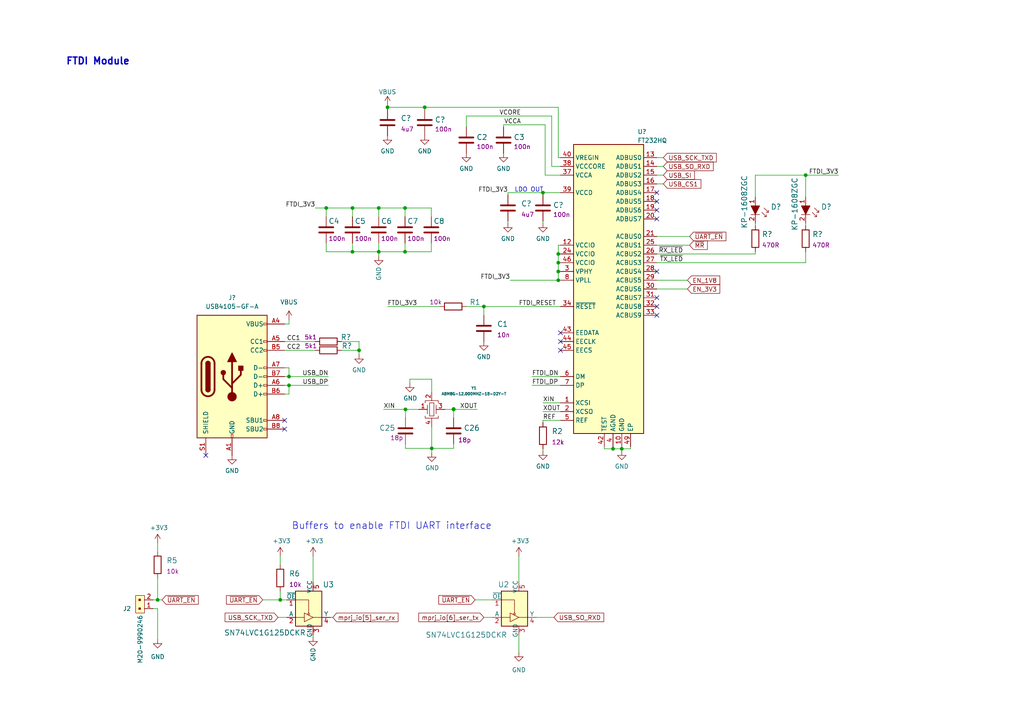
<source format=kicad_sch>
(kicad_sch (version 20211123) (generator eeschema)
  (paper "A4")
  (lib_symbols
    (symbol "FT232HQ_2"
      (property "Reference" "U" (at -19.05 35.56 0))
      (property "Value" "FT232HQ_2" (at 12.7 35.56 0))
      (symbol "FT232HQ_2_0_1"
        (rectangle (start -11.43 34.29) (end 8.89 -49.53) (stroke (width 0.254)) (fill (type background)))
      )
      (symbol "FT232HQ_2_1_1"
        (pin input line (at -15.24 -40.64 0) (length 3.81) (name "XCSI") (number "1"))
        (pin power_in line (at 2.54 -53.34 90) (length 3.81) (name "GND") (number "10"))
        (pin power_in line (at 2.54 -53.34 90) (length 3.81) hide (name "GND") (number "11"))
        (pin power_in line (at -15.24 5.08 0) (length 3.81) (name "VCCIO") (number "12"))
        (pin bidirectional line (at 12.7 30.48 180) (length 3.81) (name "ADBUS0") (number "13"))
        (pin bidirectional line (at 12.7 27.94 180) (length 3.81) (name "ADBUS1") (number "14"))
        (pin bidirectional line (at 12.7 25.4 180) (length 3.81) (name "ADBUS2") (number "15"))
        (pin bidirectional line (at 12.7 22.86 180) (length 3.81) (name "ADBUS3") (number "16"))
        (pin bidirectional line (at 12.7 20.32 180) (length 3.81) (name "ADBUS4") (number "17"))
        (pin bidirectional line (at 12.7 17.78 180) (length 3.81) (name "ADBUS5") (number "18"))
        (pin bidirectional line (at 12.7 15.24 180) (length 3.81) (name "ADBUS6") (number "19"))
        (pin output line (at -15.24 -43.18 0) (length 3.81) (name "XCSO") (number "2"))
        (pin bidirectional line (at 12.7 12.7 180) (length 3.81) (name "ADBUS7") (number "20"))
        (pin bidirectional line (at 12.7 7.62 180) (length 3.81) (name "ACBUS0") (number "21"))
        (pin power_in line (at 2.54 -53.34 90) (length 3.81) hide (name "GND") (number "22"))
        (pin power_in line (at 2.54 -53.34 90) (length 3.81) hide (name "GND") (number "23"))
        (pin power_in line (at -15.24 2.54 0) (length 3.81) (name "VCCIO") (number "24"))
        (pin bidirectional line (at 12.7 5.08 180) (length 3.81) (name "ACBUS1") (number "25"))
        (pin bidirectional line (at 12.7 2.54 180) (length 3.81) (name "ACBUS2") (number "26"))
        (pin bidirectional line (at 12.7 0 180) (length 3.81) (name "ACBUS3") (number "27"))
        (pin bidirectional line (at 12.7 -2.54 180) (length 3.81) (name "ACBUS4") (number "28"))
        (pin bidirectional line (at 12.7 -5.08 180) (length 3.81) (name "ACBUS5") (number "29"))
        (pin power_in line (at -15.24 -2.54 0) (length 3.81) (name "VPHY") (number "3"))
        (pin bidirectional line (at 12.7 -7.62 180) (length 3.81) (name "ACBUS6") (number "30"))
        (pin bidirectional line (at 12.7 -10.16 180) (length 3.81) (name "ACBUS7") (number "31"))
        (pin bidirectional line (at 12.7 -12.7 180) (length 3.81) (name "ACBUS8") (number "32"))
        (pin bidirectional line (at 12.7 -15.24 180) (length 3.81) (name "ACBUS9") (number "33"))
        (pin input line (at -15.24 -12.7 0) (length 3.81) (name "~{RESET}") (number "34"))
        (pin power_in line (at 2.54 -53.34 90) (length 3.81) hide (name "GND") (number "35"))
        (pin power_in line (at 2.54 -53.34 90) (length 3.81) hide (name "GND") (number "36"))
        (pin power_out line (at -15.24 25.4 0) (length 3.81) (name "VCCA") (number "37"))
        (pin power_out line (at -15.24 27.94 0) (length 3.81) (name "VCCCORE") (number "38"))
        (pin power_in line (at -15.24 20.32 0) (length 3.81) (name "VCCD") (number "39"))
        (pin power_in line (at 0 -53.34 90) (length 3.81) (name "AGND") (number "4"))
        (pin power_in line (at -15.24 30.48 0) (length 3.81) (name "VREGIN") (number "40"))
        (pin power_in line (at 0 -53.34 90) (length 3.81) hide (name "AGND") (number "41"))
        (pin input line (at -2.54 -53.34 90) (length 3.81) (name "TEST") (number "42"))
        (pin bidirectional line (at -15.24 -20.32 0) (length 3.81) (name "EEDATA") (number "43"))
        (pin input line (at -15.24 -22.86 0) (length 3.81) (name "EECLK") (number "44"))
        (pin input line (at -15.24 -25.4 0) (length 3.81) (name "EECS") (number "45"))
        (pin power_in line (at -15.24 0 0) (length 3.81) (name "VCCIO") (number "46"))
        (pin power_in line (at 2.54 -53.34 90) (length 3.81) hide (name "GND") (number "47"))
        (pin power_in line (at 2.54 -53.34 90) (length 3.81) hide (name "GND") (number "48"))
        (pin power_in line (at 5.08 -53.34 90) (length 3.81) (name "EP") (number "49"))
        (pin input line (at -15.24 -45.72 0) (length 3.81) (name "REF") (number "5"))
        (pin bidirectional line (at -15.24 -33.02 0) (length 3.81) (name "DM") (number "6"))
        (pin bidirectional line (at -15.24 -35.56 0) (length 3.81) (name "DP") (number "7"))
        (pin power_in line (at -15.24 -5.08 0) (length 3.81) (name "VPLL") (number "8"))
        (pin power_in line (at 0 -53.34 90) (length 3.81) hide (name "AGND") (number "9"))
      )
    )
    (symbol "antmicroCapacitors0402:C_10n_0402" (pin_names (offset 0))
      (property "Reference" "C" (at -1.397 3.429 0))
      (property "Val" "10n" (at 0 -2.54 0))
      (symbol "C_10n_0402_1_1"
        (polyline (pts (xy -2.032 -0.762) (xy 2.032 -0.762)) (stroke (width 0.508)))
        (polyline (pts (xy -2.032 0.762) (xy 2.032 0.762)) (stroke (width 0.508)))
        (pin passive line (at 0 3.81 270) (length 2.794) (name "~") (number "1"))
        (pin passive line (at 0 -3.81 90) (length 2.794) (name "~") (number "2"))
      )
    )
    (symbol "antmicroCapacitors0603:C_100n_0603" (pin_names (offset 0))
      (property "Reference" "C" (at -1.397 3.429 0))
      (property "Val" "100n" (at 0 -2.54 0))
      (symbol "C_100n_0603_1_1"
        (polyline (pts (xy -2.032 -0.762) (xy 2.032 -0.762)) (stroke (width 0.508)))
        (polyline (pts (xy -2.032 0.762) (xy 2.032 0.762)) (stroke (width 0.508)))
        (pin passive line (at 0 3.81 270) (length 2.794) (name "~") (number "1"))
        (pin passive line (at 0 -3.81 90) (length 2.794) (name "~") (number "2"))
      )
    )
    (symbol "antmicroCapacitors0603:C_18p_0603" (pin_names (offset 0))
      (property "Reference" "C" (at -1.397 3.429 0))
      (property "Val" "18p" (at 0 -2.54 0))
      (symbol "C_18p_0603_1_1"
        (polyline (pts (xy -2.032 -0.762) (xy 2.032 -0.762)) (stroke (width 0.508)))
        (polyline (pts (xy -2.032 0.762) (xy 2.032 0.762)) (stroke (width 0.508)))
        (pin passive line (at 0 3.81 270) (length 2.794) (name "~") (number "1"))
        (pin passive line (at 0 -3.81 90) (length 2.794) (name "~") (number "2"))
      )
    )
    (symbol "antmicroCapacitors0603:C_4u7_0603" (pin_names (offset 0))
      (property "Reference" "C" (at -1.397 3.429 0))
      (property "Val" "4u7" (at 0 -2.54 0))
      (symbol "C_4u7_0603_1_1"
        (polyline (pts (xy -2.032 -0.762) (xy 2.032 -0.762)) (stroke (width 0.508)))
        (polyline (pts (xy -2.032 0.762) (xy 2.032 0.762)) (stroke (width 0.508)))
        (pin passive line (at 0 3.81 270) (length 2.794) (name "~") (number "1"))
        (pin passive line (at 0 -3.81 90) (length 2.794) (name "~") (number "2"))
      )
    )
    (symbol "antmicroCrystals:ABM8G-12.000MHZ-18-D2Y-T" (pin_names (offset 1.016))
      (property "Reference" "Y" (at -1.905 3.175 0))
      (property "Value" "ABM8G-12.000MHZ-18-D2Y-T" (at 5.08 -3.81 0))
      (property "MPN" "ABM8G-12.000MHZ-18-D2Y-T " (at 12.065 -6.985 0))
      (property "Manufacturer" "Abracon" (at 7.62 -5.715 0))
      (symbol "ABM8G-12.000MHZ-18-D2Y-T_0_1"
        (rectangle (start -0.635 1.905) (end 0.635 -1.905))
        (polyline (pts (xy -1.27 1.27) (xy -1.27 -1.27)))
        (polyline (pts (xy 1.27 1.27) (xy 1.27 -1.27)))
        (polyline (pts (xy -1.905 -1.905) (xy -1.905 -2.54) (xy 1.905 -2.54) (xy 1.905 -1.905)))
        (polyline (pts (xy -1.905 1.905) (xy -1.905 2.54) (xy 1.905 2.54) (xy 1.905 1.905)))
      )
      (symbol "ABM8G-12.000MHZ-18-D2Y-T_1_1"
        (pin output line (at -3.81 0 0) (length 2.54) (name "~") (number "1"))
        (pin power_in line (at 0 5.08 270) (length 2.54) (name "~") (number "2"))
        (pin output line (at 3.81 0 180) (length 2.54) (name "~") (number "3"))
        (pin power_in line (at 0 -5.08 90) (length 2.54) (name "~") (number "4"))
      )
    )
    (symbol "antmicroLEDIndicationDiscrete:KP-1608ZGC" (pin_names (offset 0))
      (property "Reference" "D" (at -5.08 3.81 0))
      (property "Value" "KP-1608ZGC" (at 0 -3.81 0))
      (symbol "KP-1608ZGC_0_1"
        (polyline (pts (xy -0.635 3.81) (xy -1.905 2.54)))
        (polyline (pts (xy 0 1.27) (xy 0 -1.27)))
        (polyline (pts (xy 0.635 3.175) (xy -0.635 1.905)))
        (polyline (pts (xy -1.27 3.81) (xy -0.635 3.81) (xy -0.635 3.175)))
        (polyline (pts (xy 0 3.175) (xy 0.635 3.175) (xy 0.635 2.54)))
        (polyline (pts (xy -2.54 1.27) (xy -2.54 -1.27) (xy 0 0) (xy -2.54 1.27)) (fill (type outline)))
      )
      (symbol "KP-1608ZGC_1_1"
        (pin passive line (at -5.08 0 0) (length 2.54) (name "~") (number "1"))
        (pin passive line (at 2.54 0 180) (length 2.54) (name "~") (number "2"))
      )
    )
    (symbol "antmicroLogicBuffersDriversReceiversTransceivers:SN74LVC1G125DCKR" (pin_names (offset 0))
      (property "Reference" "U" (at -2.54 6.35 0))
      (property "Value" "SN74LVC1G125DCKR" (at 1.905 -6.35 0))
      (symbol "SN74LVC1G125DCKR_0_1"
        (rectangle (start -5.08 5.08) (end 2.54 -5.08) (stroke (width 0.254)) (fill (type background)))
        (circle (center -1.27 -1.524) (radius 0.254))
        (polyline (pts (xy -1.27 1.27) (xy -1.27 -1.27)))
        (polyline (pts (xy 0 -2.54) (xy 2.54 -2.54)))
        (polyline (pts (xy -5.08 2.54) (xy -1.27 2.54) (xy -1.27 1.27)))
        (polyline (pts (xy -2.54 -2.54) (xy -3.81 -2.54) (xy -5.08 -2.54)))
        (polyline (pts (xy -2.54 -1.27) (xy -2.54 -3.81) (xy 0 -2.54) (xy -2.54 -1.27)))
      )
      (symbol "SN74LVC1G125DCKR_1_1"
        (pin input line (at -7.62 2.54 0) (length 2.54) (name "~{OE}") (number "1"))
        (pin input line (at -7.62 -2.54 0) (length 2.54) (name "A") (number "2"))
        (pin power_in line (at 0 -7.62 90) (length 2.54) (name "GND") (number "3"))
        (pin output line (at 5.08 -2.54 180) (length 2.54) (name "Y") (number "4"))
        (pin power_in line (at 0 7.62 270) (length 2.54) (name "VCC") (number "5"))
      )
    )
    (symbol "antmicroRectangularConnectorsHeadersMalePins:M20-9990246" (pin_names (offset 1.016))
      (property "Reference" "J" (at -2.54 1.27 0))
      (property "Value" "M20-9990246" (at 1.27 -3.81 0))
      (symbol "M20-9990246_1_1"
        (rectangle (start -1.27 0) (end 3.81 -2.54) (fill (type background)))
        (rectangle (start -0.254 -1.143) (end 0.254 -1.651) (fill (type outline)))
        (rectangle (start 2.286 -1.143) (end 2.794 -1.651) (fill (type outline)))
        (pin passive line (at 0 2.54 270) (length 2.54) (name "~") (number "1"))
        (pin passive line (at 2.54 2.54 270) (length 2.54) (name "~") (number "2"))
      )
    )
    (symbol "antmicroResistors0402:R_10k_0402" (pin_names (offset 0))
      (property "Reference" "R" (at -1.397 3.429 0))
      (property "Val" "10k" (at 0 -2.54 0))
      (symbol "R_10k_0402_1_1"
        (rectangle (start 2.54 -1.016) (end -2.54 1.016) (stroke (width 0.254)))
        (pin passive line (at -3.81 0 0) (length 1.27) (name "~") (number "1"))
        (pin passive line (at 3.81 0 180) (length 1.27) (name "~") (number "2"))
      )
    )
    (symbol "antmicroResistors0402:R_12k_0402" (pin_names (offset 0))
      (property "Reference" "R" (at -1.397 3.429 0))
      (property "Val" "12k" (at 0 -2.54 0))
      (symbol "R_12k_0402_1_1"
        (rectangle (start 2.54 -1.016) (end -2.54 1.016) (stroke (width 0.254)))
        (pin passive line (at -3.81 0 0) (length 1.27) (name "~") (number "1"))
        (pin passive line (at 3.81 0 180) (length 1.27) (name "~") (number "2"))
      )
    )
    (symbol "antmicroResistors0402:R_5k1_0402" (pin_names (offset 0))
      (property "Reference" "R" (at -1.397 3.429 0))
      (property "Val" "5k1" (at 0 -2.54 0))
      (symbol "R_5k1_0402_1_1"
        (rectangle (start 2.54 -1.016) (end -2.54 1.016) (stroke (width 0.254)))
        (pin passive line (at -3.81 0 0) (length 1.27) (name "~") (number "1"))
        (pin passive line (at 3.81 0 180) (length 1.27) (name "~") (number "2"))
      )
    )
    (symbol "antmicroResistors0603:R_10k_0603" (pin_names (offset 0))
      (property "Reference" "R" (at -1.397 3.429 0))
      (property "Val" "10k" (at 0 -2.54 0))
      (symbol "R_10k_0603_1_1"
        (rectangle (start 2.54 -1.016) (end -2.54 1.016) (stroke (width 0.254)))
        (pin passive line (at -3.81 0 0) (length 1.27) (name "~") (number "1"))
        (pin passive line (at 3.81 0 180) (length 1.27) (name "~") (number "2"))
      )
    )
    (symbol "antmicroResistors0603:R_470R_0603" (pin_names (offset 0))
      (property "Reference" "R" (at -1.397 3.429 0))
      (property "Val" "470R" (at 0 -2.54 0))
      (symbol "R_470R_0603_1_1"
        (rectangle (start 2.54 -1.016) (end -2.54 1.016) (stroke (width 0.254)))
        (pin passive line (at -3.81 0 0) (length 1.27) (name "~") (number "1"))
        (pin passive line (at 3.81 0 180) (length 1.27) (name "~") (number "2"))
      )
    )
    (symbol "antmicroUSBDVIHDMIConnectors:USB4105-GF-A" (pin_names (offset 1.016))
      (property "Reference" "J" (at 1.27 29.21 0))
      (property "Value" "USB4105-GF-A" (at -16.51 24.13 0))
      (symbol "USB4105-GF-A_1_1"
        (rectangle (start -10.16 17.78) (end 10.16 -17.78) (stroke (width 0.254)) (fill (type background)))
        (arc (start -8.89 -3.81) (mid -6.985 -5.715) (end -5.08 -3.81) (stroke (width 0.508)))
        (arc (start -7.62 -3.81) (mid -6.985 -4.445) (end -6.35 -3.81) (stroke (width 0.254)))
        (arc (start -7.62 -3.81) (mid -6.985 -4.445) (end -6.35 -3.81) (stroke (width 0.254)) (fill (type outline)))
        (rectangle (start -7.62 -3.81) (end -6.35 3.81) (stroke (width 0.254)) (fill (type outline)))
        (arc (start -6.35 3.81) (mid -6.985 4.445) (end -7.62 3.81) (stroke (width 0.254)))
        (arc (start -6.35 3.81) (mid -6.985 4.445) (end -7.62 3.81) (stroke (width 0.254)) (fill (type outline)))
        (arc (start -5.08 3.81) (mid -6.985 5.715) (end -8.89 3.81) (stroke (width 0.508)))
        (circle (center -2.54 1.143) (radius 0.635) (stroke (width 0.254)) (fill (type outline)))
        (rectangle (start -0.254 -17.78) (end 0.254 -16.764))
        (circle (center 0 -5.842) (radius 1.27) (fill (type outline)))
        (polyline (pts (xy -8.89 -3.81) (xy -8.89 3.81)) (stroke (width 0.508)))
        (polyline (pts (xy -5.08 3.81) (xy -5.08 -3.81)) (stroke (width 0.508)))
        (polyline (pts (xy 0 -5.842) (xy 0 4.318)) (stroke (width 0.508)))
        (polyline (pts (xy 0 -3.302) (xy -2.54 -0.762) (xy -2.54 0.508)) (stroke (width 0.508)))
        (polyline (pts (xy 0 -2.032) (xy 2.54 0.508) (xy 2.54 1.778)) (stroke (width 0.508)))
        (polyline (pts (xy -1.27 4.318) (xy 0 6.858) (xy 1.27 4.318) (xy -1.27 4.318)) (stroke (width 0.254)) (fill (type outline)))
        (rectangle (start 1.905 1.778) (end 3.175 3.048) (stroke (width 0.254)) (fill (type outline)))
        (rectangle (start 10.16 -14.986) (end 9.144 -15.494))
        (rectangle (start 10.16 -12.446) (end 9.144 -12.954))
        (rectangle (start 10.16 -4.826) (end 9.144 -5.334))
        (rectangle (start 10.16 -2.286) (end 9.144 -2.794))
        (rectangle (start 10.16 0.254) (end 9.144 -0.254))
        (rectangle (start 10.16 2.794) (end 9.144 2.286))
        (rectangle (start 10.16 7.874) (end 9.144 7.366))
        (rectangle (start 10.16 10.414) (end 9.144 9.906))
        (rectangle (start 10.16 15.494) (end 9.144 14.986))
        (pin passive line (at 0 -22.86 90) (length 5.08) (name "GND") (number "A1"))
        (pin passive line (at 0 -22.86 90) (length 5.08) hide (name "GND") (number "A12"))
        (pin passive line (at 15.24 15.24 180) (length 5.08) (name "VBUS") (number "A4"))
        (pin bidirectional line (at 15.24 10.16 180) (length 5.08) (name "CC1") (number "A5"))
        (pin bidirectional line (at 15.24 -2.54 180) (length 5.08) (name "D+") (number "A6"))
        (pin bidirectional line (at 15.24 2.54 180) (length 5.08) (name "D-") (number "A7"))
        (pin bidirectional line (at 15.24 -12.7 180) (length 5.08) (name "SBU1") (number "A8"))
        (pin passive line (at 15.24 15.24 180) (length 5.08) hide (name "VBUS") (number "A9"))
        (pin passive line (at 0 -22.86 90) (length 5.08) hide (name "GND") (number "B1"))
        (pin passive line (at 0 -22.86 90) (length 5.08) hide (name "GND") (number "B12"))
        (pin passive line (at 15.24 15.24 180) (length 5.08) hide (name "VBUS") (number "B4"))
        (pin bidirectional line (at 15.24 7.62 180) (length 5.08) (name "CC2") (number "B5"))
        (pin bidirectional line (at 15.24 -5.08 180) (length 5.08) (name "D+") (number "B6"))
        (pin bidirectional line (at 15.24 0 180) (length 5.08) (name "D-") (number "B7"))
        (pin bidirectional line (at 15.24 -15.24 180) (length 5.08) (name "SBU2") (number "B8"))
        (pin passive line (at 15.24 15.24 180) (length 5.08) hide (name "VBUS") (number "B9"))
        (pin passive line (at -7.62 -22.86 90) (length 5.08) (name "SHIELD") (number "S1"))
      )
    )
    (symbol "kria-k26-devboard:GND" (power) (pin_names (offset 0))
      (property "Value" "GND" (at 0 -3.81 0))
      (symbol "GND_0_1"
        (polyline (pts (xy 0 0) (xy 0 -1.27) (xy 1.27 -1.27) (xy 0 -2.54) (xy -1.27 -1.27) (xy 0 -1.27)))
      )
      (symbol "GND_1_1"
        (pin power_in line (at 0 0 270) (length 0) hide (name "GND") (number "1"))
      )
    )
    (symbol "power:+3.3V" (power) (pin_names (offset 0))
      (property "Value" "+3.3V" (at 0 3.556 0))
      (symbol "+3.3V_0_1"
        (polyline (pts (xy -0.762 1.27) (xy 0 2.54)))
        (polyline (pts (xy 0 0) (xy 0 2.54)))
        (polyline (pts (xy 0 2.54) (xy 0.762 1.27)))
      )
      (symbol "+3.3V_1_1"
        (pin power_in line (at 0 0 90) (length 0) hide (name "+3V3") (number "1"))
      )
    )
    (symbol "power:GND" (power) (pin_names (offset 0))
      (property "Value" "GND" (at 0 -3.81 0))
      (symbol "GND_0_1"
        (polyline (pts (xy 0 0) (xy 0 -1.27) (xy 1.27 -1.27) (xy 0 -2.54) (xy -1.27 -1.27) (xy 0 -1.27)))
      )
      (symbol "GND_1_1"
        (pin power_in line (at 0 0 270) (length 0) hide (name "GND") (number "1"))
      )
    )
    (symbol "power:VBUS" (power) (pin_names (offset 0))
      (property "Value" "VBUS" (at 0 3.81 0))
      (symbol "VBUS_0_1"
        (polyline (pts (xy -0.762 1.27) (xy 0 2.54)))
        (polyline (pts (xy 0 0) (xy 0 2.54)))
        (polyline (pts (xy 0 2.54) (xy 0.762 1.27)))
      )
      (symbol "VBUS_1_1"
        (pin power_in line (at 0 0 90) (length 0) hide (name "VBUS") (number "1"))
      )
    )
  )
  (junction (at 161.925 78.74))
  (junction (at 161.925 73.66))
  (junction (at 81.28 173.99))
  (junction (at 117.475 73.025))
  (junction (at 104.14 101.6))
  (junction (at 161.925 76.2))
  (junction (at 123.19 31.115))
  (junction (at 102.235 73.025))
  (junction (at 109.855 60.325))
  (junction (at 112.395 31.115))
  (junction (at 131.572 118.745))
  (junction (at 140.335 88.9))
  (junction (at 125.222 130.048))
  (junction (at 157.48 55.88))
  (junction (at 94.615 60.325))
  (junction (at 177.8 130.175))
  (junction (at 117.602 118.745))
  (junction (at 83.82 111.76))
  (junction (at 117.475 60.325))
  (junction (at 233.68 50.8))
  (junction (at 109.855 73.025))
  (junction (at 102.235 60.325))
  (junction (at 180.34 130.175))
  (junction (at 83.82 109.22))
  (junction (at 45.72 173.99))
  (junction (at 131.572 118.618))
  (junction (at 161.925 81.28))
  (no_connect (at 59.69 132.08))
  (no_connect (at 190.5 78.74))
  (no_connect (at 162.56 99.06))
  (no_connect (at 190.5 58.42))
  (no_connect (at 82.55 121.92))
  (no_connect (at 82.55 124.46))
  (no_connect (at 190.5 91.44))
  (no_connect (at 190.5 60.96))
  (no_connect (at 190.5 88.9))
  (no_connect (at 190.5 55.88))
  (no_connect (at 162.56 101.6))
  (no_connect (at 190.5 63.5))
  (no_connect (at 190.5 86.36))
  (no_connect (at 162.56 96.52))
  (wire (pts (xy 190.5 50.8) (xy 192.405 50.8)))
  (wire (pts (xy 112.395 31.115) (xy 112.395 30.48)))
  (wire (pts (xy 94.615 60.325) (xy 102.235 60.325)))
  (wire (pts (xy 219.075 50.8) (xy 219.075 57.15)))
  (wire (pts (xy 180.34 130.81) (xy 180.34 130.175)))
  (wire (pts (xy 131.572 118.745) (xy 131.572 118.618)))
  (wire (pts (xy 109.855 60.325) (xy 109.855 62.865)))
  (wire (pts (xy 131.572 118.745) (xy 129.032 118.745)))
  (wire (pts (xy 117.475 73.025) (xy 109.855 73.025)))
  (wire (pts (xy 161.925 71.12) (xy 162.56 71.12)))
  (wire (pts (xy 83.82 106.68) (xy 83.82 109.22)))
  (wire (pts (xy 155.575 179.07) (xy 160.655 179.07)))
  (wire (pts (xy 190.5 48.26) (xy 192.405 48.26)))
  (wire (pts (xy 180.34 130.175) (xy 182.88 130.175)))
  (wire (pts (xy 82.55 93.98) (xy 83.82 93.98)))
  (wire (pts (xy 190.5 83.82) (xy 199.39 83.82)))
  (wire (pts (xy 131.572 118.745) (xy 138.43 118.745)))
  (wire (pts (xy 190.5 81.28) (xy 199.39 81.28)))
  (wire (pts (xy 161.925 78.74) (xy 161.925 81.28)))
  (wire (pts (xy 125.222 109.982) (xy 118.872 109.982)))
  (wire (pts (xy 94.615 60.325) (xy 91.44 60.325)))
  (wire (pts (xy 104.14 99.06) (xy 104.14 101.6)))
  (wire (pts (xy 162.56 48.26) (xy 160.02 48.26)))
  (wire (pts (xy 154.305 109.22) (xy 162.56 109.22)))
  (wire (pts (xy 147.32 55.88) (xy 157.48 55.88)))
  (wire (pts (xy 102.235 60.325) (xy 102.235 62.865)))
  (wire (pts (xy 233.68 50.8) (xy 243.205 50.8)))
  (wire (pts (xy 233.68 64.77) (xy 233.68 65.405)))
  (wire (pts (xy 81.28 163.83) (xy 81.28 161.29)))
  (wire (pts (xy 157.48 119.38) (xy 162.56 119.38)))
  (wire (pts (xy 45.72 167.64) (xy 45.72 173.99)))
  (wire (pts (xy 125.222 130.048) (xy 131.572 130.048)))
  (wire (pts (xy 140.335 88.9) (xy 162.56 88.9)))
  (wire (pts (xy 146.05 36.195) (xy 146.05 36.83)))
  (wire (pts (xy 157.48 116.84) (xy 162.56 116.84)))
  (wire (pts (xy 125.095 70.485) (xy 125.095 73.025)))
  (wire (pts (xy 104.14 101.6) (xy 104.14 102.87)))
  (wire (pts (xy 125.222 113.665) (xy 125.222 109.982)))
  (wire (pts (xy 44.45 173.99) (xy 45.72 173.99)))
  (wire (pts (xy 117.475 60.325) (xy 125.095 60.325)))
  (wire (pts (xy 117.475 73.025) (xy 125.095 73.025)))
  (wire (pts (xy 45.72 160.02) (xy 45.72 157.48)))
  (wire (pts (xy 161.925 45.72) (xy 161.925 31.115)))
  (wire (pts (xy 83.82 109.22) (xy 95.25 109.22)))
  (wire (pts (xy 102.235 73.025) (xy 94.615 73.025)))
  (wire (pts (xy 95.885 179.07) (xy 96.52 179.07)))
  (wire (pts (xy 157.48 55.88) (xy 157.48 56.515)))
  (wire (pts (xy 147.955 81.28) (xy 161.925 81.28)))
  (wire (pts (xy 182.88 129.54) (xy 182.88 130.175)))
  (wire (pts (xy 154.305 111.76) (xy 162.56 111.76)))
  (wire (pts (xy 150.495 161.29) (xy 150.495 168.91)))
  (wire (pts (xy 190.5 68.58) (xy 200.025 68.58)))
  (wire (pts (xy 147.32 55.88) (xy 147.32 56.515)))
  (wire (pts (xy 150.495 189.23) (xy 150.495 184.15)))
  (wire (pts (xy 83.82 92.71) (xy 83.82 93.98)))
  (wire (pts (xy 177.8 130.175) (xy 180.34 130.175)))
  (wire (pts (xy 162.56 45.72) (xy 161.925 45.72)))
  (wire (pts (xy 109.855 60.325) (xy 117.475 60.325)))
  (wire (pts (xy 81.28 171.45) (xy 81.28 173.99)))
  (wire (pts (xy 117.475 60.325) (xy 117.475 62.865)))
  (wire (pts (xy 175.26 129.54) (xy 175.26 130.175)))
  (wire (pts (xy 142.875 173.99) (xy 137.795 173.99)))
  (wire (pts (xy 118.872 109.982) (xy 118.872 111.125)))
  (wire (pts (xy 135.255 33.655) (xy 160.02 33.655)))
  (wire (pts (xy 83.82 111.76) (xy 82.55 111.76)))
  (wire (pts (xy 161.925 73.66) (xy 161.925 76.2)))
  (wire (pts (xy 102.235 70.485) (xy 102.235 73.025)))
  (wire (pts (xy 190.5 45.72) (xy 192.405 45.72)))
  (wire (pts (xy 160.02 48.26) (xy 160.02 33.655)))
  (wire (pts (xy 157.48 130.175) (xy 157.48 130.81)))
  (wire (pts (xy 190.5 53.34) (xy 192.405 53.34)))
  (wire (pts (xy 90.805 184.785) (xy 90.805 184.15)))
  (wire (pts (xy 117.602 121.158) (xy 117.602 118.745)))
  (wire (pts (xy 102.235 60.325) (xy 109.855 60.325)))
  (wire (pts (xy 82.55 101.6) (xy 91.44 101.6)))
  (wire (pts (xy 123.19 31.115) (xy 112.395 31.115)))
  (wire (pts (xy 157.48 121.92) (xy 157.48 122.555)))
  (wire (pts (xy 219.075 50.8) (xy 233.68 50.8)))
  (wire (pts (xy 82.55 114.3) (xy 83.82 114.3)))
  (wire (pts (xy 158.115 50.8) (xy 158.115 36.195)))
  (wire (pts (xy 140.335 91.44) (xy 140.335 88.9)))
  (wire (pts (xy 117.602 130.048) (xy 117.602 128.778)))
  (wire (pts (xy 123.19 31.115) (xy 123.19 31.75)))
  (wire (pts (xy 117.602 118.745) (xy 121.412 118.745)))
  (wire (pts (xy 99.06 101.6) (xy 104.14 101.6)))
  (wire (pts (xy 162.56 50.8) (xy 158.115 50.8)))
  (wire (pts (xy 190.5 76.2) (xy 233.68 76.2)))
  (wire (pts (xy 45.72 173.99) (xy 46.99 173.99)))
  (wire (pts (xy 123.19 31.115) (xy 161.925 31.115)))
  (wire (pts (xy 83.82 111.76) (xy 95.25 111.76)))
  (wire (pts (xy 161.925 76.2) (xy 161.925 78.74)))
  (wire (pts (xy 99.06 99.06) (xy 104.14 99.06)))
  (wire (pts (xy 109.855 73.025) (xy 109.855 74.295)))
  (wire (pts (xy 161.925 78.74) (xy 162.56 78.74)))
  (wire (pts (xy 125.222 123.825) (xy 125.222 130.048)))
  (wire (pts (xy 131.572 130.048) (xy 131.572 128.778)))
  (wire (pts (xy 112.395 31.115) (xy 112.395 31.75)))
  (wire (pts (xy 90.805 161.29) (xy 90.805 168.91)))
  (wire (pts (xy 127.635 88.9) (xy 112.395 88.9)))
  (wire (pts (xy 140.335 179.07) (xy 142.875 179.07)))
  (wire (pts (xy 147.32 64.77) (xy 147.32 64.135)))
  (wire (pts (xy 117.475 70.485) (xy 117.475 73.025)))
  (wire (pts (xy 161.925 71.12) (xy 161.925 73.66)))
  (wire (pts (xy 125.095 60.325) (xy 125.095 62.865)))
  (wire (pts (xy 233.68 50.8) (xy 233.68 57.15)))
  (wire (pts (xy 135.255 33.655) (xy 135.255 36.83)))
  (wire (pts (xy 83.82 114.3) (xy 83.82 111.76)))
  (wire (pts (xy 80.645 179.07) (xy 83.185 179.07)))
  (wire (pts (xy 111.252 118.745) (xy 117.602 118.745)))
  (wire (pts (xy 83.185 173.99) (xy 81.28 173.99)))
  (wire (pts (xy 94.615 60.325) (xy 94.615 62.865)))
  (wire (pts (xy 190.5 73.66) (xy 219.075 73.66)))
  (wire (pts (xy 161.925 76.2) (xy 162.56 76.2)))
  (wire (pts (xy 157.48 121.92) (xy 162.56 121.92)))
  (wire (pts (xy 219.075 64.77) (xy 219.075 65.405)))
  (wire (pts (xy 109.855 73.025) (xy 102.235 73.025)))
  (wire (pts (xy 180.34 129.54) (xy 180.34 130.175)))
  (wire (pts (xy 177.8 129.54) (xy 177.8 130.175)))
  (wire (pts (xy 94.615 70.485) (xy 94.615 73.025)))
  (wire (pts (xy 45.72 185.42) (xy 45.72 176.53)))
  (wire (pts (xy 157.48 64.77) (xy 157.48 64.135)))
  (wire (pts (xy 175.26 130.175) (xy 177.8 130.175)))
  (wire (pts (xy 161.925 81.28) (xy 162.56 81.28)))
  (wire (pts (xy 81.28 173.99) (xy 76.2 173.99)))
  (wire (pts (xy 157.48 55.88) (xy 162.56 55.88)))
  (wire (pts (xy 83.82 109.22) (xy 82.55 109.22)))
  (wire (pts (xy 190.5 71.12) (xy 200.025 71.12)))
  (wire (pts (xy 109.855 70.485) (xy 109.855 73.025)))
  (wire (pts (xy 146.05 36.195) (xy 158.115 36.195)))
  (wire (pts (xy 82.55 106.68) (xy 83.82 106.68)))
  (wire (pts (xy 125.222 130.048) (xy 117.602 130.048)))
  (wire (pts (xy 219.075 73.025) (xy 219.075 73.66)))
  (wire (pts (xy 82.55 99.06) (xy 91.44 99.06)))
  (wire (pts (xy 131.572 121.158) (xy 131.572 118.745)))
  (wire (pts (xy 233.68 73.025) (xy 233.68 76.2)))
  (wire (pts (xy 44.45 176.53) (xy 45.72 176.53)))
  (wire (pts (xy 125.222 130.048) (xy 125.222 131.318)))
  (wire (pts (xy 161.925 73.66) (xy 162.56 73.66)))
  (wire (pts (xy 135.255 88.9) (xy 140.335 88.9)))
  (text "LDO OUT" (at 149.225 55.88 0) (effects (font (size 1.27 1.27)) (justify left bottom)))
  (text "Buffers to enable FTDI UART interface" (at 84.582 153.797 0) (effects (font (size 2 2)) (justify left bottom)))
  (text "FTDI Module" (at 19.05 19.05 0) (effects (font (size 2 2) (thickness 0.4) bold) (justify left bottom)))
  (label "CC2" (at 83.185 101.6 0))
  (label "XOUT" (at 157.48 119.38 0))
  (label "VCCA" (at 151.13 36.195 180))
  (label "XOUT" (at 138.43 118.745 180))
  (label "FTDI_DN" (at 154.305 109.22 0))
  (label "FTDI_DP" (at 154.305 111.76 0))
  (label "~{TX_LED}" (at 198.12 76.2 180))
  (label "FTDI_3V3" (at 147.32 56.007 180))
  (label "FTDI_3V3" (at 147.955 81.28 180))
  (label "FTDI_3V3" (at 112.395 88.9 0))
  (label "REF" (at 157.48 121.92 0))
  (label "FTDI_RESET" (at 161.29 88.9 180))
  (label "XIN" (at 157.48 116.84 0))
  (label "CC1" (at 83.185 99.06 0))
  (label "~{RX_LED}" (at 198.12 73.66 180))
  (label "USB_DP" (at 95.25 111.76 180))
  (label "FTDI_3V3" (at 243.205 50.8 180))
  (label "USB_DN" (at 95.25 109.22 180))
  (label "VCORE" (at 151.13 33.655 180))
  (label "XIN" (at 111.252 118.745 0))
  (label "FTDI_3V3" (at 91.44 60.325 180))
  (global_label "USB_SO_RXD" (shape input) (at 160.655 179.07 0) (property "Intersheet References" "${INTERSHEET_REFS}" (effects hide)))
  (global_label "~{UART_EN}" (shape input) (at 46.99 173.99 0) (property "Intersheet References" "${INTERSHEET_REFS}" (effects hide)))
  (global_label "EN_1V8" (shape input) (at 199.39 81.28 0) (property "Intersheet References" "${INTERSHEET_REFS}" (effects hide)))
  (global_label "USB_SCK_TXD" (shape input) (at 192.405 45.72 0) (property "Intersheet References" "${INTERSHEET_REFS}" (effects hide)))
  (global_label "~{UART_EN}" (shape input) (at 137.795 173.99 180) (property "Intersheet References" "${INTERSHEET_REFS}" (effects hide)))
  (global_label "~{UART_EN}" (shape input) (at 76.2 173.99 180) (property "Intersheet References" "${INTERSHEET_REFS}" (effects hide)))
  (global_label "mprj_io[6]_ser_tx" (shape input) (at 140.335 179.07 180) (property "Intersheet References" "${INTERSHEET_REFS}" (effects hide)))
  (global_label "USB_SI" (shape input) (at 192.405 50.8 0) (property "Intersheet References" "${INTERSHEET_REFS}" (effects hide)))
  (global_label "USB_SCK_TXD" (shape input) (at 80.645 179.07 180) (property "Intersheet References" "${INTERSHEET_REFS}" (effects hide)))
  (global_label "USB_SO_RXD" (shape input) (at 192.405 48.26 0) (property "Intersheet References" "${INTERSHEET_REFS}" (effects hide)))
  (global_label "mprj_io[5]_ser_rx" (shape input) (at 96.52 179.07 0) (property "Intersheet References" "${INTERSHEET_REFS}" (effects hide)))
  (global_label "~{UART_EN}" (shape input) (at 200.025 68.58 0) (property "Intersheet References" "${INTERSHEET_REFS}" (effects hide)))
  (global_label "USB_CS1" (shape input) (at 192.405 53.34 0) (property "Intersheet References" "${INTERSHEET_REFS}" (effects hide)))
  (global_label "~{MR}" (shape input) (at 200.025 71.12 0) (property "Intersheet References" "${INTERSHEET_REFS}" (effects hide)))
  (global_label "EN_3V3" (shape input) (at 199.39 83.82 0) (property "Intersheet References" "${INTERSHEET_REFS}" (effects hide)))
  (symbol (lib_id "power:GND") (at 67.31 132.08 0) (unit 1)
    (property "Reference" "#PWR0164" (effects hide))
    (property "Value" "GND" (at 67.31 136.525 0))
  )
  (symbol (lib_id "power:GND") (at 157.48 130.81 0) (unit 1)
    (property "Reference" "#PWR0163" (effects hide))
    (property "Value" "GND" (at 157.48 135.255 0))
  )
  (symbol (lib_id "power:VBUS") (at 112.395 30.48 0) (unit 1)
    (property "Reference" "#PWR?" (effects hide))
    (property "Value" "VBUS" (at 112.395 26.67 0))
  )
  (symbol (lib_id "antmicroCapacitors0603:C_100n_0603") (at 94.615 66.675 0) (unit 1)
    (property "Reference" "C4" (at 95.25 64.135 0) (effects (font (size 1.524 1.524)) (justify left)))
    (property "Value" "C_100n_0603" (effects hide))
    (property "Footprint" "antmicro-footprints:0603-cap" (effects hide))
    (property "Manufacturer" "AVX" (effects hide))
    (property "MPN" "0603YC104KAZ2A" (effects hide))
    (property "Val" "100n" (at 95.25 69.215 0) (effects (justify left)))
  )
  (symbol (lib_id "antmicroLogicBuffersDriversReceiversTransceivers:SN74LVC1G125DCKR") (at 90.805 176.53 0) (unit 1)
    (property "Reference" "U3" (at 95.25 169.545 0) (effects (font (size 1.524 1.524))))
    (property "Value" "SN74LVC1G125DCKR" (at 76.835 183.515 0) (effects (font (size 1.524 1.524))))
    (property "Footprint" "antmicro-footprints:SOT-353" (effects hide))
    (property "Datasheet" "http://www.ti.com/general/docs/suppproductinfo.tsp?distId=10&gotoUrl=http%3A%2F%2Fwww.ti.com%2Flit%2Fgpn%2Fsn74lvc1g125" (effects hide))
    (property "MPN" "SN74LVC1G125DCKR" (effects hide))
    (property "Manufacturer" "Texas Instruments" (effects hide))
  )
  (symbol (lib_id "power:GND") (at 109.855 74.295 0) (unit 1)
    (property "Reference" "#PWR025" (effects hide))
    (property "Value" "GND" (at 109.855 79.375 90))
  )
  (symbol (lib_id "antmicroLEDIndicationDiscrete:KP-1608ZGC") (at 219.075 62.23 270) (unit 1)
    (property "Reference" "D?" (at 223.52 60.0075 90) (effects (font (size 1.524 1.524)) (justify left)))
    (property "Value" "KP-1608ZGC" (at 215.9 50.8 0) (effects (font (size 1.524 1.524)) (justify left)))
    (property "Footprint" "antmicro-footprints:LED_0603" (effects hide))
    (property "Datasheet" "https://www.farnell.com/datasheets/1854072.pdf" (effects hide))
    (property "MPN" "KP-1608EC" (effects hide))
    (property "Manufacturer" "KINGBRIGHT" (effects hide))
  )
  (symbol (lib_id "power:GND") (at 140.335 99.06 0) (unit 1)
    (property "Reference" "#PWR0162" (effects hide))
    (property "Value" "GND" (at 140.335 103.505 0))
  )
  (symbol (lib_id "antmicroRectangularConnectorsHeadersMalePins:M20-9990246") (at 41.91 176.53 270) (mirror x) (unit 1)
    (property "Reference" "J2" (at 36.83 176.53 90))
    (property "Value" "M20-9990246" (at 40.64 185.42 0))
    (property "Footprint" "antmicro-footprints:PinHeader_1x2_P2.54mm" (effects hide))
    (property "Datasheet" "https://cdn.harwin.com/pdfs/M20-999.pdf" (effects hide))
    (property "MPN" "M20-9990246" (effects hide))
    (property "Manufacturer" "Harwin Inc." (effects hide))
  )
  (symbol (lib_id "antmicroCapacitors0603:C_100n_0603") (at 123.19 35.56 180) (unit 1)
    (property "Reference" "C?" (at 126.111 34.7254 0) (effects (font (size 1.524 1.524)) (justify right)))
    (property "Value" "C_100n_0603" (effects hide))
    (property "Footprint" "antmicro-footprints:0603-cap" (effects hide))
    (property "Manufacturer" "AVX" (effects hide))
    (property "MPN" "0603YC104KAZ2A" (effects hide))
    (property "Val" "100n" (at 126.111 37.4905 0) (effects (justify right)))
  )
  (symbol (lib_id "power:GND") (at 180.34 130.81 0) (unit 1)
    (property "Reference" "#PWR0170" (effects hide))
    (property "Value" "GND" (at 180.34 135.255 0))
  )
  (symbol (lib_id "antmicroLEDIndicationDiscrete:KP-1608ZGC") (at 233.68 62.23 270) (unit 1)
    (property "Reference" "D?" (at 238.125 60.0075 90) (effects (font (size 1.524 1.524)) (justify left)))
    (property "Value" "KP-1608ZGC" (at 230.505 51.435 0) (effects (font (size 1.524 1.524)) (justify left)))
    (property "Footprint" "antmicro-footprints:LED_0603" (effects hide))
    (property "Datasheet" "https://www.farnell.com/datasheets/1854072.pdf" (effects hide))
    (property "MPN" "KP-1608EC" (effects hide))
    (property "Manufacturer" "KINGBRIGHT" (effects hide))
  )
  (symbol (lib_id "antmicroResistors0603:R_470R_0603") (at 233.68 69.215 90) (unit 1)
    (property "Reference" "R?" (at 235.585 67.945 90) (effects (font (size 1.524 1.524)) (justify right)))
    (property "Value" "R_470R_0603" (effects hide))
    (property "Footprint" "antmicro-footprints:0603-res" (effects hide))
    (property "Manufacturer" "BOURNS" (effects hide))
    (property "MPN" "CR0603-JW-471GLF" (effects hide))
    (property "Val" "470R" (at 235.585 71.1199 90) (effects (justify right)))
  )
  (symbol (lib_id "antmicroCapacitors0603:C_18p_0603") (at 131.572 124.968 0) (unit 1)
    (property "Reference" "C26" (at 134.493 124.1334 0) (effects (font (size 1.524 1.524)) (justify left)))
    (property "Value" "C_18p_0603" (effects hide))
    (property "Footprint" "antmicro-footprints:0603-cap" (effects hide))
    (property "Manufacturer" "KEMET" (effects hide))
    (property "MPN" "C0603C180J5GACTU" (effects hide))
    (property "Val" "18p" (at 134.747 127.635 0))
  )
  (symbol (lib_id "power:+3.3V") (at 90.805 161.29 0) (unit 1)
    (property "Reference" "#PWR012" (effects hide))
    (property "Value" "+3.3V" (at 91.186 156.8958 0))
  )
  (symbol (lib_id "power:VBUS") (at 83.82 92.71 0) (unit 1)
    (property "Reference" "#PWR0110" (effects hide))
    (property "Value" "VBUS" (at 83.82 87.63 0))
  )
  (symbol (lib_id "antmicroCapacitors0402:C_10n_0402") (at 140.335 95.25 0) (unit 1)
    (property "Reference" "C1" (at 144.145 93.98 0) (effects (font (size 1.524 1.524)) (justify left)))
    (property "Value" "C_10n_0402" (effects hide))
    (property "Footprint" "antmicro-footprints:0402-cap" (effects hide))
    (property "Manufacturer" "AVX" (effects hide))
    (property "MPN" "04025G103ZAT2A" (effects hide))
    (property "Val" "10n" (at 144.145 97.1549 0) (effects (justify left)))
  )
  (symbol (lib_id "kria-k26-devboard:GND") (at 125.222 131.318 0) (unit 1)
    (property "Reference" "#PWR020" (effects hide))
    (property "Value" "GND" (at 125.349 135.7122 0))
    (property "Footprint" "kria-k26-devboard-footprints:" (effects hide))
  )
  (symbol (lib_id "power:GND") (at 157.48 64.77 0) (unit 1)
    (property "Reference" "#PWR?" (effects hide))
    (property "Value" "GND" (at 157.48 69.215 0))
  )
  (symbol (lib_id "antmicroCapacitors0603:C_4u7_0603") (at 112.395 35.56 0) (unit 1)
    (property "Reference" "C?" (at 116.205 34.29 0) (effects (font (size 1.524 1.524)) (justify left)))
    (property "Value" "C_4u7_0603" (effects hide))
    (property "Footprint" "antmicro-footprints:0603-cap" (effects hide))
    (property "Manufacturer" "TDK" (effects hide))
    (property "MPN" "C1608X5R1V475M080AC" (effects hide))
    (property "Val" "4u7" (at 116.205 37.4649 0) (effects (justify left)))
  )
  (symbol (lib_name "FT232HQ_2") (lib_id "antmicroInterfaceControllers:FT232HQ") (at 177.8 76.2 0) (unit 1)
    (property "Reference" "U?" (at 184.8994 38.2102 0) (effects (justify left)))
    (property "Value" "FT232HQ" (at 184.8994 40.7471 0) (effects (justify left)))
    (property "Footprint" "antmicro-footprints:QFN-48-1EP_6x6mm" (effects hide))
    (property "Datasheet" "https://www.ftdichip.com/Support/Documents/DataSheets/ICs/DS_FT232H.pdf" (effects hide))
    (property "Manufacturer" "Future Technology Devices International Limited" (effects hide))
    (property "MPN" "FT232HQ-TRAY" (effects hide))
  )
  (symbol (lib_id "power:GND") (at 90.805 184.785 0) (unit 1)
    (property "Reference" "#PWR013" (effects hide))
    (property "Value" "GND" (at 90.805 189.865 90))
  )
  (symbol (lib_id "antmicroCapacitors0603:C_100n_0603") (at 109.855 66.675 0) (unit 1)
    (property "Reference" "C6" (at 110.49 64.135 0) (effects (font (size 1.524 1.524)) (justify left)))
    (property "Value" "C_100n_0603" (effects hide))
    (property "Footprint" "antmicro-footprints:0603-cap" (effects hide))
    (property "Manufacturer" "AVX" (effects hide))
    (property "MPN" "0603YC104KAZ2A" (effects hide))
    (property "Val" "100n" (at 110.49 69.215 0) (effects (justify left)))
  )
  (symbol (lib_id "antmicroResistors0603:R_10k_0603") (at 81.28 167.64 90) (unit 1)
    (property "Reference" "R6" (at 83.82 166.37 90) (effects (font (size 1.524 1.524)) (justify right)))
    (property "Value" "R_10k_0603" (effects hide))
    (property "Footprint" "antmicro-footprints:0603-res" (effects hide))
    (property "Manufacturer" "BOURNS" (effects hide))
    (property "MPN" "CR0603-JW-103ELF" (effects hide))
    (property "Val" "10k" (at 83.82 169.5449 90) (effects (justify right)))
  )
  (symbol (lib_id "antmicroResistors0402:R_5k1_0402") (at 95.25 101.6 0) (unit 1)
    (property "Reference" "R?" (at 100.33 97.79 0) (effects (font (size 1.524 1.524))))
    (property "Value" "R_5k1_0402" (effects hide))
    (property "Footprint" "antmicro-footprints:0402-res" (effects hide))
    (property "Datasheet" "https://www.mouser.pl/datasheet/2/348/ROHM_S_A0009648217_1-2563033.pdf" (effects hide))
    (property "Manufacturer" "ROHM Semiconductor" (effects hide))
    (property "MPN" "SFR01MZPJ512" (effects hide))
    (property "Val" "5k1" (at 90.17 100.33 0))
  )
  (symbol (lib_id "antmicroCapacitors0603:C_100n_0603") (at 102.235 66.675 0) (unit 1)
    (property "Reference" "C5" (at 102.87 64.135 0) (effects (font (size 1.524 1.524)) (justify left)))
    (property "Value" "C_100n_0603" (effects hide))
    (property "Footprint" "antmicro-footprints:0603-cap" (effects hide))
    (property "Manufacturer" "AVX" (effects hide))
    (property "MPN" "0603YC104KAZ2A" (effects hide))
    (property "Val" "100n" (at 102.87 69.215 0) (effects (justify left)))
  )
  (symbol (lib_id "antmicroLogicBuffersDriversReceiversTransceivers:SN74LVC1G125DCKR") (at 150.495 176.53 0) (unit 1)
    (property "Reference" "U2" (at 146.05 169.545 0) (effects (font (size 1.524 1.524))))
    (property "Value" "SN74LVC1G125DCKR" (at 135.255 184.15 0) (effects (font (size 1.524 1.524))))
    (property "Footprint" "antmicro-footprints:SOT-353" (effects hide))
    (property "Datasheet" "http://www.ti.com/general/docs/suppproductinfo.tsp?distId=10&gotoUrl=http%3A%2F%2Fwww.ti.com%2Flit%2Fgpn%2Fsn74lvc1g125" (effects hide))
    (property "MPN" "SN74LVC1G125DCKR" (effects hide))
    (property "Manufacturer" "Texas Instruments" (effects hide))
  )
  (symbol (lib_id "antmicroResistors0402:R_12k_0402") (at 157.48 126.365 90) (unit 1)
    (property "Reference" "R2" (at 160.02 125.095 90) (effects (font (size 1.524 1.524)) (justify right)))
    (property "Value" "R_12k_0402" (effects hide))
    (property "Footprint" "antmicro-footprints:0402-res" (effects hide))
    (property "Manufacturer" "VISHAY" (effects hide))
    (property "MPN" "CRCW040212K0FKEDHP" (effects hide))
    (property "Val" "12k" (at 160.02 128.2699 90) (effects (justify right)))
  )
  (symbol (lib_id "antmicroResistors0603:R_470R_0603") (at 219.075 69.215 90) (unit 1)
    (property "Reference" "R?" (at 220.98 67.945 90) (effects (font (size 1.524 1.524)) (justify right)))
    (property "Value" "R_470R_0603" (effects hide))
    (property "Footprint" "antmicro-footprints:0603-res" (effects hide))
    (property "Manufacturer" "BOURNS" (effects hide))
    (property "MPN" "CR0603-JW-471GLF" (effects hide))
    (property "Val" "470R" (at 220.98 71.1199 90) (effects (justify right)))
  )
  (symbol (lib_id "antmicroCrystals:ABM8G-12.000MHZ-18-D2Y-T") (at 125.222 118.745 0) (unit 1)
    (property "Reference" "Y1" (at 137.4662 112.5514 0) (effects (font (size 0.7874 0.7874))))
    (property "Value" "ABM8G-12.000MHZ-18-D2Y-T" (at 137.4662 114.2207 0) (effects (font (size 0.7874 0.7874))))
    (property "Footprint" "antmicro-footprints:KX-7" (effects hide))
    (property "MPN" "ABM8G-12.000MHZ-18-D2Y-T " (effects hide))
    (property "Manufacturer" "Abracon" (effects hide))
  )
  (symbol (lib_id "power:GND") (at 123.19 39.37 0) (unit 1)
    (property "Reference" "#PWR?" (effects hide))
    (property "Value" "GND" (at 123.19 43.815 0))
  )
  (symbol (lib_id "kria-k26-devboard:GND") (at 118.872 111.125 0) (unit 1)
    (property "Reference" "#PWR019" (effects hide))
    (property "Value" "GND" (at 118.999 115.5192 0))
    (property "Footprint" "kria-k26-devboard-footprints:" (effects hide))
  )
  (symbol (lib_id "antmicroResistors0402:R_5k1_0402") (at 95.25 99.06 0) (unit 1)
    (property "Reference" "R?" (at 99.06 100.33 0) (effects (font (size 1.524 1.524)) (justify left)))
    (property "Value" "R_5k1_0402" (effects hide))
    (property "Footprint" "antmicro-footprints:0402-res" (effects hide))
    (property "Datasheet" "https://www.mouser.pl/datasheet/2/348/ROHM_S_A0009648217_1-2563033.pdf" (effects hide))
    (property "Manufacturer" "ROHM Semiconductor" (effects hide))
    (property "MPN" "SFR01MZPJ512" (effects hide))
    (property "Val" "5k1" (at 88.265 97.79 0) (effects (justify left)))
  )
  (symbol (lib_id "power:GND") (at 135.255 44.45 0) (unit 1)
    (property "Reference" "#PWR?" (effects hide))
    (property "Value" "GND" (at 135.255 48.895 0))
  )
  (symbol (lib_id "antmicroCapacitors0603:C_100n_0603") (at 157.48 60.325 180) (unit 1)
    (property "Reference" "C?" (at 160.401 59.4904 0) (effects (font (size 1.524 1.524)) (justify right)))
    (property "Value" "C_100n_0603" (effects hide))
    (property "Footprint" "antmicro-footprints:0603-cap" (effects hide))
    (property "Manufacturer" "AVX" (effects hide))
    (property "MPN" "0603YC104KAZ2A" (effects hide))
    (property "Val" "100n" (at 160.401 62.2555 0) (effects (justify right)))
  )
  (symbol (lib_id "antmicroCapacitors0603:C_100n_0603") (at 146.05 40.64 180) (unit 1)
    (property "Reference" "C3" (at 148.971 39.8054 0) (effects (font (size 1.524 1.524)) (justify right)))
    (property "Value" "C_100n_0603" (effects hide))
    (property "Footprint" "antmicro-footprints:0603-cap" (effects hide))
    (property "Manufacturer" "AVX" (effects hide))
    (property "MPN" "0603YC104KAZ2A" (effects hide))
    (property "Val" "100n" (at 148.971 42.5705 0) (effects (justify right)))
  )
  (symbol (lib_id "antmicroUSBDVIHDMIConnectors:USB4105-GF-A") (at 67.31 109.22 0) (unit 1)
    (property "Reference" "J?" (at 67.31 86.36 0))
    (property "Value" "USB4105-GF-A" (at 67.31 88.9 0))
    (property "Footprint" "antmicro-footprints:GCT_USB4105-GF-A" (effects hide))
    (property "Datasheet" "https://gct.co/files/drawings/usb4105.pdf" (effects hide))
    (property "Manufacturer" "GCT" (effects hide))
    (property "MPN" "USB4105-GF-A" (effects hide))
  )
  (symbol (lib_id "antmicroResistors0402:R_10k_0402") (at 131.445 88.9 180) (unit 1)
    (property "Reference" "R1" (at 137.795 87.63 0) (effects (font (size 1.524 1.524))))
    (property "Value" "R_10k_0402" (effects hide))
    (property "Footprint" "antmicro-footprints:0402-res" (effects hide))
    (property "Manufacturer" "VISHAY" (effects hide))
    (property "MPN" "CRCW040210K0FKEDHP" (effects hide))
    (property "Val" "10k" (at 126.365 87.63 0))
  )
  (symbol (lib_id "antmicroCapacitors0603:C_100n_0603") (at 117.475 66.675 0) (unit 1)
    (property "Reference" "C7" (at 118.11 64.135 0) (effects (font (size 1.524 1.524)) (justify left)))
    (property "Value" "C_100n_0603" (effects hide))
    (property "Footprint" "antmicro-footprints:0603-cap" (effects hide))
    (property "Manufacturer" "AVX" (effects hide))
    (property "MPN" "0603YC104KAZ2A" (effects hide))
    (property "Val" "100n" (at 118.11 69.215 0) (effects (justify left)))
  )
  (symbol (lib_id "power:GND") (at 150.495 189.23 0) (unit 1)
    (property "Reference" "#PWR023" (effects hide))
    (property "Value" "GND" (at 150.495 194.31 0))
  )
  (symbol (lib_id "antmicroResistors0603:R_10k_0603") (at 45.72 163.83 90) (unit 1)
    (property "Reference" "R5" (at 48.26 162.56 90) (effects (font (size 1.524 1.524)) (justify right)))
    (property "Value" "R_10k_0603" (effects hide))
    (property "Footprint" "antmicro-footprints:0603-res" (effects hide))
    (property "Manufacturer" "BOURNS" (effects hide))
    (property "MPN" "CR0603-JW-103ELF" (effects hide))
    (property "Val" "10k" (at 48.26 165.7349 90) (effects (justify right)))
  )
  (symbol (lib_id "power:GND") (at 104.14 102.87 0) (unit 1)
    (property "Reference" "#PWR?" (effects hide))
    (property "Value" "GND" (at 104.14 107.315 0))
  )
  (symbol (lib_id "power:+3.3V") (at 45.72 157.48 0) (unit 1)
    (property "Reference" "#PWR017" (effects hide))
    (property "Value" "+3.3V" (at 46.101 153.0858 0))
  )
  (symbol (lib_id "power:GND") (at 146.05 44.45 0) (unit 1)
    (property "Reference" "#PWR?" (effects hide))
    (property "Value" "GND" (at 146.05 48.895 0))
  )
  (symbol (lib_id "power:GND") (at 147.32 64.77 0) (unit 1)
    (property "Reference" "#PWR?" (effects hide))
    (property "Value" "GND" (at 147.32 69.215 0))
  )
  (symbol (lib_id "antmicroCapacitors0603:C_18p_0603") (at 117.602 124.968 0) (unit 1)
    (property "Reference" "C25" (at 114.681 124.1334 0) (effects (font (size 1.524 1.524)) (justify right)))
    (property "Value" "C_18p_0603" (effects hide))
    (property "Footprint" "antmicro-footprints:0603-cap" (effects hide))
    (property "Manufacturer" "KEMET" (effects hide))
    (property "MPN" "C0603C180J5GACTU" (effects hide))
    (property "Val" "18p" (at 115.062 127 0))
  )
  (symbol (lib_id "power:GND") (at 45.72 185.42 0) (unit 1)
    (property "Reference" "#PWR018" (effects hide))
    (property "Value" "GND" (at 45.72 190.5 0))
  )
  (symbol (lib_id "power:GND") (at 112.395 39.37 0) (unit 1)
    (property "Reference" "#PWR?" (effects hide))
    (property "Value" "GND" (at 112.395 43.815 0))
  )
  (symbol (lib_id "antmicroCapacitors0603:C_100n_0603") (at 135.255 40.64 180) (unit 1)
    (property "Reference" "C2" (at 138.176 39.8054 0) (effects (font (size 1.524 1.524)) (justify right)))
    (property "Value" "C_100n_0603" (effects hide))
    (property "Footprint" "antmicro-footprints:0603-cap" (effects hide))
    (property "Manufacturer" "AVX" (effects hide))
    (property "MPN" "0603YC104KAZ2A" (effects hide))
    (property "Val" "100n" (at 138.176 42.5705 0) (effects (justify right)))
  )
  (symbol (lib_id "power:+3.3V") (at 81.28 161.29 0) (unit 1)
    (property "Reference" "#PWR011" (effects hide))
    (property "Value" "+3.3V" (at 81.661 156.8958 0))
  )
  (symbol (lib_id "power:+3.3V") (at 150.495 161.29 0) (unit 1)
    (property "Reference" "#PWR022" (effects hide))
    (property "Value" "+3.3V" (at 150.876 156.8958 0))
  )
  (symbol (lib_id "antmicroCapacitors0603:C_100n_0603") (at 125.095 66.675 0) (unit 1)
    (property "Reference" "C8" (at 125.73 64.135 0) (effects (font (size 1.524 1.524)) (justify left)))
    (property "Value" "C_100n_0603" (effects hide))
    (property "Footprint" "antmicro-footprints:0603-cap" (effects hide))
    (property "Manufacturer" "AVX" (effects hide))
    (property "MPN" "0603YC104KAZ2A" (effects hide))
    (property "Val" "100n" (at 125.73 69.215 0) (effects (justify left)))
  )
  (symbol (lib_id "antmicroCapacitors0603:C_4u7_0603") (at 147.32 60.325 0) (unit 1)
    (property "Reference" "C?" (at 151.13 59.055 0) (effects (font (size 1.524 1.524)) (justify left)))
    (property "Value" "C_4u7_0603" (effects hide))
    (property "Footprint" "antmicro-footprints:0603-cap" (effects hide))
    (property "Manufacturer" "TDK" (effects hide))
    (property "MPN" "C1608X5R1V475M080AC" (effects hide))
    (property "Val" "4u7" (at 151.13 62.2299 0) (effects (justify left)))
  )
)
</source>
